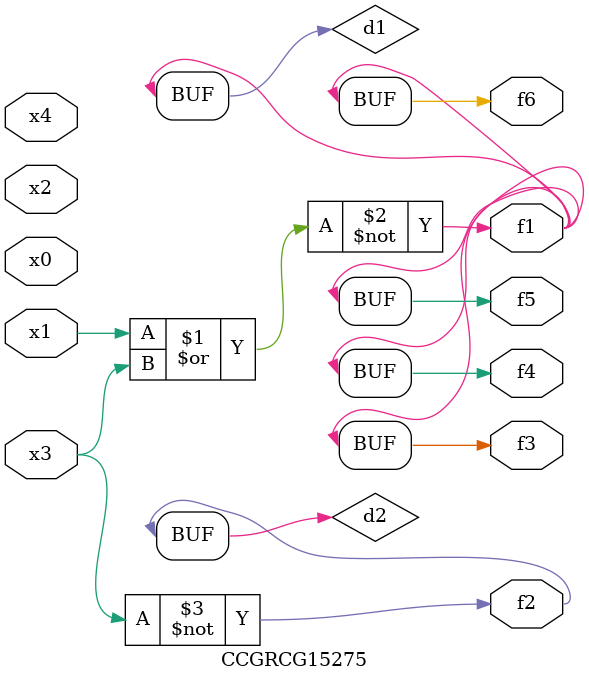
<source format=v>
module CCGRCG15275(
	input x0, x1, x2, x3, x4,
	output f1, f2, f3, f4, f5, f6
);

	wire d1, d2;

	nor (d1, x1, x3);
	not (d2, x3);
	assign f1 = d1;
	assign f2 = d2;
	assign f3 = d1;
	assign f4 = d1;
	assign f5 = d1;
	assign f6 = d1;
endmodule

</source>
